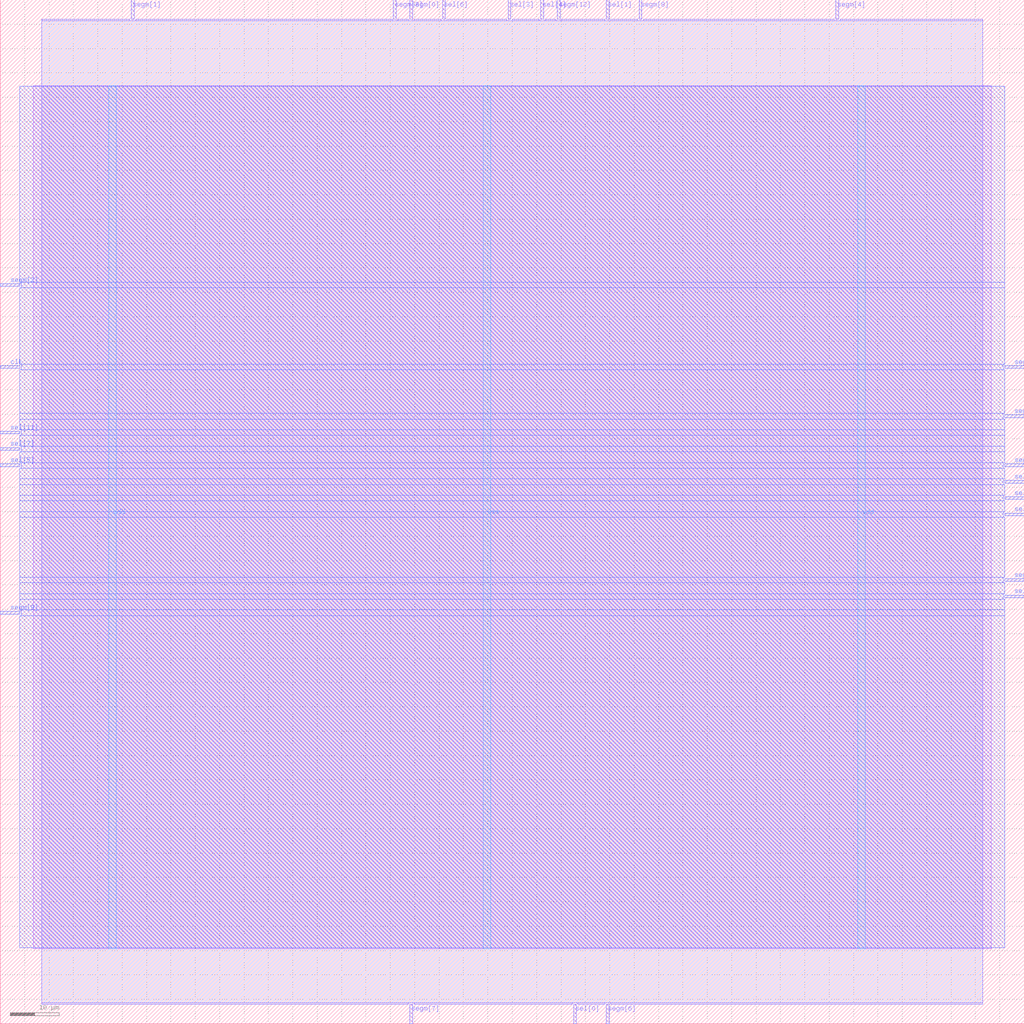
<source format=lef>
VERSION 5.7 ;
  NOWIREEXTENSIONATPIN ON ;
  DIVIDERCHAR "/" ;
  BUSBITCHARS "[]" ;
MACRO ita44
  CLASS BLOCK ;
  FOREIGN ita44 ;
  ORIGIN 0.000 0.000 ;
  SIZE 210.000 BY 210.000 ;
  PIN clk
    DIRECTION INPUT ;
    USE SIGNAL ;
    ANTENNAGATEAREA 4.738000 ;
    ANTENNADIFFAREA 0.410400 ;
    PORT
      LAYER Metal3 ;
        RECT 0.000 134.400 4.000 134.960 ;
    END
  END clk
  PIN segm[0]
    DIRECTION OUTPUT TRISTATE ;
    USE SIGNAL ;
    ANTENNADIFFAREA 4.731200 ;
    PORT
      LAYER Metal2 ;
        RECT 84.000 206.000 84.560 210.000 ;
    END
  END segm[0]
  PIN segm[10]
    DIRECTION OUTPUT TRISTATE ;
    USE SIGNAL ;
    ANTENNADIFFAREA 4.731200 ;
    PORT
      LAYER Metal3 ;
        RECT 206.000 114.240 210.000 114.800 ;
    END
  END segm[10]
  PIN segm[11]
    DIRECTION OUTPUT TRISTATE ;
    USE SIGNAL ;
    ANTENNADIFFAREA 4.731200 ;
    PORT
      LAYER Metal3 ;
        RECT 206.000 90.720 210.000 91.280 ;
    END
  END segm[11]
  PIN segm[12]
    DIRECTION OUTPUT TRISTATE ;
    USE SIGNAL ;
    ANTENNADIFFAREA 4.731200 ;
    PORT
      LAYER Metal2 ;
        RECT 114.240 206.000 114.800 210.000 ;
    END
  END segm[12]
  PIN segm[13]
    DIRECTION OUTPUT TRISTATE ;
    USE SIGNAL ;
    ANTENNADIFFAREA 4.731200 ;
    PORT
      LAYER Metal3 ;
        RECT 206.000 124.320 210.000 124.880 ;
    END
  END segm[13]
  PIN segm[1]
    DIRECTION OUTPUT TRISTATE ;
    USE SIGNAL ;
    ANTENNADIFFAREA 0.360800 ;
    PORT
      LAYER Metal2 ;
        RECT 26.880 206.000 27.440 210.000 ;
    END
  END segm[1]
  PIN segm[2]
    DIRECTION OUTPUT TRISTATE ;
    USE SIGNAL ;
    ANTENNADIFFAREA 0.360800 ;
    PORT
      LAYER Metal3 ;
        RECT 0.000 151.200 4.000 151.760 ;
    END
  END segm[2]
  PIN segm[3]
    DIRECTION OUTPUT TRISTATE ;
    USE SIGNAL ;
    ANTENNADIFFAREA 4.731200 ;
    PORT
      LAYER Metal2 ;
        RECT 80.640 206.000 81.200 210.000 ;
    END
  END segm[3]
  PIN segm[4]
    DIRECTION OUTPUT TRISTATE ;
    USE SIGNAL ;
    ANTENNADIFFAREA 0.360800 ;
    PORT
      LAYER Metal2 ;
        RECT 171.360 206.000 171.920 210.000 ;
    END
  END segm[4]
  PIN segm[5]
    DIRECTION OUTPUT TRISTATE ;
    USE SIGNAL ;
    ANTENNADIFFAREA 0.360800 ;
    PORT
      LAYER Metal3 ;
        RECT 206.000 134.400 210.000 134.960 ;
    END
  END segm[5]
  PIN segm[6]
    DIRECTION OUTPUT TRISTATE ;
    USE SIGNAL ;
    ANTENNADIFFAREA 4.731200 ;
    PORT
      LAYER Metal2 ;
        RECT 124.320 0.000 124.880 4.000 ;
    END
  END segm[6]
  PIN segm[7]
    DIRECTION OUTPUT TRISTATE ;
    USE SIGNAL ;
    ANTENNADIFFAREA 4.731200 ;
    PORT
      LAYER Metal2 ;
        RECT 84.000 0.000 84.560 4.000 ;
    END
  END segm[7]
  PIN segm[8]
    DIRECTION OUTPUT TRISTATE ;
    USE SIGNAL ;
    ANTENNADIFFAREA 0.536800 ;
    PORT
      LAYER Metal2 ;
        RECT 131.040 206.000 131.600 210.000 ;
    END
  END segm[8]
  PIN segm[9]
    DIRECTION OUTPUT TRISTATE ;
    USE SIGNAL ;
    ANTENNADIFFAREA 4.731200 ;
    PORT
      LAYER Metal3 ;
        RECT 0.000 84.000 4.000 84.560 ;
    END
  END segm[9]
  PIN sel[0]
    DIRECTION OUTPUT TRISTATE ;
    USE SIGNAL ;
    ANTENNADIFFAREA 4.731200 ;
    PORT
      LAYER Metal2 ;
        RECT 117.600 0.000 118.160 4.000 ;
    END
  END sel[0]
  PIN sel[10]
    DIRECTION OUTPUT TRISTATE ;
    USE SIGNAL ;
    ANTENNADIFFAREA 4.731200 ;
    PORT
      LAYER Metal3 ;
        RECT 206.000 87.360 210.000 87.920 ;
    END
  END sel[10]
  PIN sel[11]
    DIRECTION OUTPUT TRISTATE ;
    USE SIGNAL ;
    ANTENNADIFFAREA 4.731200 ;
    PORT
      LAYER Metal3 ;
        RECT 0.000 120.960 4.000 121.520 ;
    END
  END sel[11]
  PIN sel[1]
    DIRECTION OUTPUT TRISTATE ;
    USE SIGNAL ;
    ANTENNADIFFAREA 4.731200 ;
    PORT
      LAYER Metal2 ;
        RECT 124.320 206.000 124.880 210.000 ;
    END
  END sel[1]
  PIN sel[2]
    DIRECTION OUTPUT TRISTATE ;
    USE SIGNAL ;
    ANTENNADIFFAREA 4.731200 ;
    PORT
      LAYER Metal3 ;
        RECT 206.000 110.880 210.000 111.440 ;
    END
  END sel[2]
  PIN sel[3]
    DIRECTION OUTPUT TRISTATE ;
    USE SIGNAL ;
    ANTENNADIFFAREA 4.731200 ;
    PORT
      LAYER Metal2 ;
        RECT 104.160 206.000 104.720 210.000 ;
    END
  END sel[3]
  PIN sel[4]
    DIRECTION OUTPUT TRISTATE ;
    USE SIGNAL ;
    ANTENNADIFFAREA 4.731200 ;
    PORT
      LAYER Metal2 ;
        RECT 110.880 206.000 111.440 210.000 ;
    END
  END sel[4]
  PIN sel[5]
    DIRECTION OUTPUT TRISTATE ;
    USE SIGNAL ;
    ANTENNADIFFAREA 4.731200 ;
    PORT
      LAYER Metal3 ;
        RECT 0.000 114.240 4.000 114.800 ;
    END
  END sel[5]
  PIN sel[6]
    DIRECTION OUTPUT TRISTATE ;
    USE SIGNAL ;
    ANTENNADIFFAREA 4.731200 ;
    PORT
      LAYER Metal2 ;
        RECT 90.720 206.000 91.280 210.000 ;
    END
  END sel[6]
  PIN sel[7]
    DIRECTION OUTPUT TRISTATE ;
    USE SIGNAL ;
    ANTENNADIFFAREA 4.731200 ;
    PORT
      LAYER Metal3 ;
        RECT 0.000 117.600 4.000 118.160 ;
    END
  END sel[7]
  PIN sel[8]
    DIRECTION OUTPUT TRISTATE ;
    USE SIGNAL ;
    ANTENNADIFFAREA 4.731200 ;
    PORT
      LAYER Metal3 ;
        RECT 206.000 104.160 210.000 104.720 ;
    END
  END sel[8]
  PIN sel[9]
    DIRECTION OUTPUT TRISTATE ;
    USE SIGNAL ;
    ANTENNADIFFAREA 4.731200 ;
    PORT
      LAYER Metal3 ;
        RECT 206.000 107.520 210.000 108.080 ;
    END
  END sel[9]
  PIN vdd
    DIRECTION INOUT ;
    USE POWER ;
    PORT
      LAYER Metal4 ;
        RECT 22.240 15.380 23.840 192.380 ;
    END
    PORT
      LAYER Metal4 ;
        RECT 175.840 15.380 177.440 192.380 ;
    END
  END vdd
  PIN vss
    DIRECTION INOUT ;
    USE GROUND ;
    PORT
      LAYER Metal4 ;
        RECT 99.040 15.380 100.640 192.380 ;
    END
  END vss
  OBS
      LAYER Metal1 ;
        RECT 6.720 15.380 203.280 192.380 ;
      LAYER Metal2 ;
        RECT 8.540 205.700 26.580 206.000 ;
        RECT 27.740 205.700 80.340 206.000 ;
        RECT 81.500 205.700 83.700 206.000 ;
        RECT 84.860 205.700 90.420 206.000 ;
        RECT 91.580 205.700 103.860 206.000 ;
        RECT 105.020 205.700 110.580 206.000 ;
        RECT 111.740 205.700 113.940 206.000 ;
        RECT 115.100 205.700 124.020 206.000 ;
        RECT 125.180 205.700 130.740 206.000 ;
        RECT 131.900 205.700 171.060 206.000 ;
        RECT 172.220 205.700 201.460 206.000 ;
        RECT 8.540 4.300 201.460 205.700 ;
        RECT 8.540 4.000 83.700 4.300 ;
        RECT 84.860 4.000 117.300 4.300 ;
        RECT 118.460 4.000 124.020 4.300 ;
        RECT 125.180 4.000 201.460 4.300 ;
      LAYER Metal3 ;
        RECT 4.000 152.060 206.000 192.220 ;
        RECT 4.300 150.900 206.000 152.060 ;
        RECT 4.000 135.260 206.000 150.900 ;
        RECT 4.300 134.100 205.700 135.260 ;
        RECT 4.000 125.180 206.000 134.100 ;
        RECT 4.000 124.020 205.700 125.180 ;
        RECT 4.000 121.820 206.000 124.020 ;
        RECT 4.300 120.660 206.000 121.820 ;
        RECT 4.000 118.460 206.000 120.660 ;
        RECT 4.300 117.300 206.000 118.460 ;
        RECT 4.000 115.100 206.000 117.300 ;
        RECT 4.300 113.940 205.700 115.100 ;
        RECT 4.000 111.740 206.000 113.940 ;
        RECT 4.000 110.580 205.700 111.740 ;
        RECT 4.000 108.380 206.000 110.580 ;
        RECT 4.000 107.220 205.700 108.380 ;
        RECT 4.000 105.020 206.000 107.220 ;
        RECT 4.000 103.860 205.700 105.020 ;
        RECT 4.000 91.580 206.000 103.860 ;
        RECT 4.000 90.420 205.700 91.580 ;
        RECT 4.000 88.220 206.000 90.420 ;
        RECT 4.000 87.060 205.700 88.220 ;
        RECT 4.000 84.860 206.000 87.060 ;
        RECT 4.300 83.700 206.000 84.860 ;
        RECT 4.000 15.540 206.000 83.700 ;
  END
END ita44
END LIBRARY


</source>
